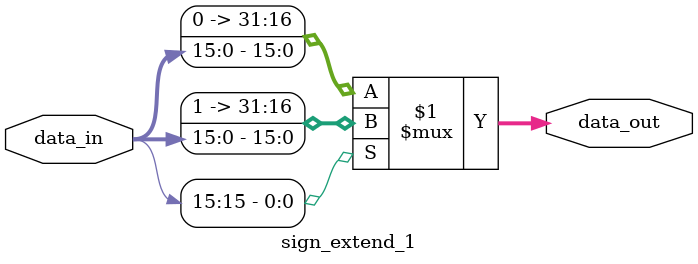
<source format=v>
module sign_extend_1(
    input  wire [15:0] data_in,
    output wire [31:0] data_out
);

    assign data_out = (data_in[15]) ? {{16{1'b1}}, data_in} : {{16{1'b0}}, data_in};

endmodule

</source>
